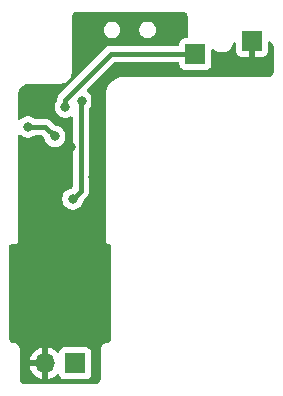
<source format=gtl>
G04 #@! TF.GenerationSoftware,KiCad,Pcbnew,9.0.6*
G04 #@! TF.CreationDate,2025-12-20T18:09:35+05:30*
G04 #@! TF.ProjectId,BloodHound_VENOM_LiPo,426c6f6f-6448-46f7-956e-645f56454e4f,1*
G04 #@! TF.SameCoordinates,Original*
G04 #@! TF.FileFunction,Copper,L1,Top*
G04 #@! TF.FilePolarity,Positive*
%FSLAX46Y46*%
G04 Gerber Fmt 4.6, Leading zero omitted, Abs format (unit mm)*
G04 Created by KiCad (PCBNEW 9.0.6) date 2025-12-20 18:09:35*
%MOMM*%
%LPD*%
G01*
G04 APERTURE LIST*
G04 #@! TA.AperFunction,CastellatedPad*
%ADD10R,1.700000X1.700000*%
G04 #@! TD*
G04 #@! TA.AperFunction,ComponentPad*
%ADD11R,1.700000X1.700000*%
G04 #@! TD*
G04 #@! TA.AperFunction,ComponentPad*
%ADD12O,1.700000X1.700000*%
G04 #@! TD*
G04 #@! TA.AperFunction,ViaPad*
%ADD13C,0.800000*%
G04 #@! TD*
G04 #@! TA.AperFunction,Conductor*
%ADD14C,0.400000*%
G04 #@! TD*
G04 APERTURE END LIST*
D10*
X151000000Y-69000000D03*
D11*
X136025000Y-96300000D03*
D12*
X133485000Y-96300000D03*
D11*
X146200000Y-70100000D03*
D13*
X135200000Y-74600000D03*
X134600000Y-80500000D03*
X137500000Y-80500000D03*
X135700000Y-78000000D03*
X133100000Y-83500000D03*
X135815000Y-82400000D03*
X136565332Y-74065332D03*
X132000000Y-76300000D03*
X134300000Y-77100000D03*
D14*
X139075000Y-70100000D02*
X146200000Y-70100000D01*
X135200000Y-73975000D02*
X139075000Y-70100000D01*
X135200000Y-74600000D02*
X135200000Y-73975000D01*
X151000000Y-69000000D02*
X151000000Y-70450000D01*
X151000000Y-70450000D02*
X149800000Y-71650000D01*
X149800000Y-71650000D02*
X138750000Y-71650000D01*
X138750000Y-71650000D02*
X137500000Y-72900000D01*
X137500000Y-72900000D02*
X137500000Y-80500000D01*
X136500000Y-74130664D02*
X136500000Y-81715000D01*
X136500000Y-81715000D02*
X135815000Y-82400000D01*
X136565332Y-74065332D02*
X136500000Y-74130664D01*
X133500000Y-76300000D02*
X134300000Y-77100000D01*
X132000000Y-76300000D02*
X133500000Y-76300000D01*
G04 #@! TA.AperFunction,Conductor*
G36*
X145108059Y-66526561D02*
G01*
X145206623Y-66539537D01*
X145237890Y-66547915D01*
X145282649Y-66566454D01*
X145322168Y-66582823D01*
X145350197Y-66599005D01*
X145385460Y-66626064D01*
X145422571Y-66654541D01*
X145445458Y-66677428D01*
X145500991Y-66749798D01*
X145517177Y-66777834D01*
X145552084Y-66862109D01*
X145560462Y-66893375D01*
X145573439Y-66991939D01*
X145574500Y-67008125D01*
X145574500Y-68559214D01*
X145583332Y-68597907D01*
X145579059Y-68667646D01*
X145537760Y-68724004D01*
X145472548Y-68749087D01*
X145462442Y-68749500D01*
X145302130Y-68749500D01*
X145302123Y-68749501D01*
X145242516Y-68755908D01*
X145107671Y-68806202D01*
X145107664Y-68806206D01*
X144992455Y-68892452D01*
X144992452Y-68892455D01*
X144906206Y-69007664D01*
X144906202Y-69007671D01*
X144855908Y-69142517D01*
X144849501Y-69202116D01*
X144849500Y-69202135D01*
X144849500Y-69275500D01*
X144829815Y-69342539D01*
X144777011Y-69388294D01*
X144725500Y-69399500D01*
X139006004Y-69399500D01*
X138870677Y-69426418D01*
X138870667Y-69426421D01*
X138743192Y-69479222D01*
X138628454Y-69555887D01*
X134655887Y-73528454D01*
X134590168Y-73626811D01*
X134579224Y-73643190D01*
X134579222Y-73643193D01*
X134526421Y-73770667D01*
X134526418Y-73770677D01*
X134499500Y-73906004D01*
X134499500Y-73989899D01*
X134479815Y-74056938D01*
X134478602Y-74058790D01*
X134401988Y-74173449D01*
X134401987Y-74173452D01*
X134334106Y-74337332D01*
X134334103Y-74337341D01*
X134299500Y-74511304D01*
X134299500Y-74688695D01*
X134334103Y-74862658D01*
X134334106Y-74862667D01*
X134401983Y-75026540D01*
X134401990Y-75026553D01*
X134500535Y-75174034D01*
X134500538Y-75174038D01*
X134625961Y-75299461D01*
X134625965Y-75299464D01*
X134773446Y-75398009D01*
X134773459Y-75398016D01*
X134860583Y-75434103D01*
X134937334Y-75465894D01*
X134937336Y-75465894D01*
X134937341Y-75465896D01*
X135111304Y-75500499D01*
X135111307Y-75500500D01*
X135111309Y-75500500D01*
X135288693Y-75500500D01*
X135288694Y-75500499D01*
X135385286Y-75481286D01*
X135462658Y-75465896D01*
X135462661Y-75465894D01*
X135462666Y-75465894D01*
X135626547Y-75398013D01*
X135626548Y-75398012D01*
X135628048Y-75397391D01*
X135697517Y-75389922D01*
X135759996Y-75421197D01*
X135795648Y-75481286D01*
X135799500Y-75511952D01*
X135799500Y-81373479D01*
X135790854Y-81402921D01*
X135784330Y-81432910D01*
X135780576Y-81437923D01*
X135779815Y-81440518D01*
X135763178Y-81461164D01*
X135751071Y-81473270D01*
X135689746Y-81506752D01*
X135687585Y-81507202D01*
X135552340Y-81534104D01*
X135552332Y-81534106D01*
X135388459Y-81601983D01*
X135388446Y-81601990D01*
X135240965Y-81700535D01*
X135240961Y-81700538D01*
X135115538Y-81825961D01*
X135115535Y-81825965D01*
X135016990Y-81973446D01*
X135016983Y-81973459D01*
X134949106Y-82137332D01*
X134949103Y-82137341D01*
X134914500Y-82311304D01*
X134914500Y-82488695D01*
X134949103Y-82662658D01*
X134949106Y-82662667D01*
X135016983Y-82826540D01*
X135016990Y-82826553D01*
X135115535Y-82974034D01*
X135115538Y-82974038D01*
X135240961Y-83099461D01*
X135240965Y-83099464D01*
X135388446Y-83198009D01*
X135388459Y-83198016D01*
X135511363Y-83248923D01*
X135552334Y-83265894D01*
X135552336Y-83265894D01*
X135552341Y-83265896D01*
X135726304Y-83300499D01*
X135726307Y-83300500D01*
X135726309Y-83300500D01*
X135903693Y-83300500D01*
X135903694Y-83300499D01*
X135961682Y-83288964D01*
X136077658Y-83265896D01*
X136077661Y-83265894D01*
X136077666Y-83265894D01*
X136241547Y-83198013D01*
X136389035Y-83099464D01*
X136514464Y-82974035D01*
X136613013Y-82826547D01*
X136680894Y-82662666D01*
X136707797Y-82527408D01*
X136740180Y-82465503D01*
X136741620Y-82464035D01*
X137044114Y-82161543D01*
X137074819Y-82115587D01*
X137120775Y-82046811D01*
X137173580Y-81919328D01*
X137200500Y-81783993D01*
X137200500Y-74755025D01*
X137220185Y-74687986D01*
X137236815Y-74667347D01*
X137264796Y-74639367D01*
X137363345Y-74491879D01*
X137431226Y-74327998D01*
X137465832Y-74154023D01*
X137465832Y-73976641D01*
X137465832Y-73976638D01*
X137465831Y-73976636D01*
X137431228Y-73802673D01*
X137431225Y-73802664D01*
X137363348Y-73638791D01*
X137363341Y-73638778D01*
X137264796Y-73491297D01*
X137264793Y-73491293D01*
X137139370Y-73365870D01*
X137139366Y-73365867D01*
X137061434Y-73313794D01*
X137016629Y-73260182D01*
X137007922Y-73190857D01*
X137038077Y-73127829D01*
X137042624Y-73123031D01*
X139328838Y-70836819D01*
X139390161Y-70803334D01*
X139416519Y-70800500D01*
X144725501Y-70800500D01*
X144792540Y-70820185D01*
X144838295Y-70872989D01*
X144849501Y-70924500D01*
X144849501Y-70997876D01*
X144855908Y-71057483D01*
X144906202Y-71192328D01*
X144906206Y-71192335D01*
X144992452Y-71307544D01*
X144992455Y-71307547D01*
X145107664Y-71393793D01*
X145107671Y-71393797D01*
X145242517Y-71444091D01*
X145242516Y-71444091D01*
X145249444Y-71444835D01*
X145302127Y-71450500D01*
X147097872Y-71450499D01*
X147157483Y-71444091D01*
X147292331Y-71393796D01*
X147407546Y-71307546D01*
X147493796Y-71192331D01*
X147544091Y-71057483D01*
X147550500Y-70997873D01*
X147550499Y-69781357D01*
X147570184Y-69714319D01*
X147622987Y-69668564D01*
X147692146Y-69658620D01*
X147755702Y-69687645D01*
X147766137Y-69697821D01*
X147789995Y-69723992D01*
X147849190Y-69768694D01*
X147934266Y-69832941D01*
X148096094Y-69913521D01*
X148096096Y-69913521D01*
X148096099Y-69913523D01*
X148269984Y-69962998D01*
X148449999Y-69979679D01*
X148450000Y-69979679D01*
X148450001Y-69979679D01*
X148510005Y-69974118D01*
X148630016Y-69962998D01*
X148803901Y-69913523D01*
X148803905Y-69913521D01*
X148803906Y-69913521D01*
X148965733Y-69832941D01*
X148965733Y-69832940D01*
X148965735Y-69832940D01*
X149110005Y-69723992D01*
X149231801Y-69590388D01*
X149326973Y-69436681D01*
X149392280Y-69268102D01*
X149404112Y-69204806D01*
X149435779Y-69142528D01*
X149496092Y-69107255D01*
X149565900Y-69110189D01*
X149623040Y-69150398D01*
X149649371Y-69215116D01*
X149650000Y-69227594D01*
X149650000Y-69897844D01*
X149656401Y-69957372D01*
X149656403Y-69957379D01*
X149706645Y-70092086D01*
X149706649Y-70092093D01*
X149792809Y-70207187D01*
X149792812Y-70207190D01*
X149907906Y-70293350D01*
X149907913Y-70293354D01*
X150042620Y-70343596D01*
X150042627Y-70343598D01*
X150102155Y-70349999D01*
X150102172Y-70350000D01*
X150750000Y-70350000D01*
X150750000Y-69433012D01*
X150807007Y-69465925D01*
X150934174Y-69500000D01*
X151065826Y-69500000D01*
X151192993Y-69465925D01*
X151250000Y-69433012D01*
X151250000Y-70350000D01*
X151897828Y-70350000D01*
X151897844Y-70349999D01*
X151957372Y-70343598D01*
X151957379Y-70343596D01*
X152092086Y-70293354D01*
X152092093Y-70293350D01*
X152207187Y-70207190D01*
X152207190Y-70207187D01*
X152293350Y-70092093D01*
X152293354Y-70092086D01*
X152343596Y-69957379D01*
X152343598Y-69957372D01*
X152349999Y-69897844D01*
X152350000Y-69897827D01*
X152350000Y-69176377D01*
X152359241Y-69144903D01*
X152367358Y-69113104D01*
X152369038Y-69111539D01*
X152369685Y-69109338D01*
X152394466Y-69087864D01*
X152418495Y-69065493D01*
X152420755Y-69065085D01*
X152422489Y-69063583D01*
X152454952Y-69058915D01*
X152487255Y-69053087D01*
X152490220Y-69053844D01*
X152491647Y-69053639D01*
X152521447Y-69061814D01*
X152572171Y-69082825D01*
X152600197Y-69099005D01*
X152635278Y-69125924D01*
X152672571Y-69154541D01*
X152695458Y-69177428D01*
X152750991Y-69249798D01*
X152767177Y-69277834D01*
X152802084Y-69362109D01*
X152810462Y-69393375D01*
X152823439Y-69491939D01*
X152824500Y-69508125D01*
X152824500Y-71591874D01*
X152823439Y-71608060D01*
X152810462Y-71706624D01*
X152802084Y-71737890D01*
X152767177Y-71822165D01*
X152750991Y-71850201D01*
X152695458Y-71922571D01*
X152672571Y-71945458D01*
X152600201Y-72000991D01*
X152572165Y-72017177D01*
X152487890Y-72052084D01*
X152456624Y-72060462D01*
X152368244Y-72072098D01*
X152358058Y-72073439D01*
X152341874Y-72074500D01*
X140040894Y-72074500D01*
X139824907Y-72105553D01*
X139824897Y-72105556D01*
X139615531Y-72167032D01*
X139417038Y-72257680D01*
X139417033Y-72257682D01*
X139233467Y-72375654D01*
X139233459Y-72375660D01*
X139068553Y-72518551D01*
X139068551Y-72518553D01*
X138925660Y-72683459D01*
X138925654Y-72683467D01*
X138807682Y-72867033D01*
X138807680Y-72867038D01*
X138717032Y-73065531D01*
X138655556Y-73274897D01*
X138655553Y-73274907D01*
X138633143Y-73430780D01*
X138624500Y-73490894D01*
X138624500Y-73589438D01*
X138624500Y-85941715D01*
X138624500Y-85950000D01*
X138624500Y-85993635D01*
X138651468Y-86076633D01*
X138702764Y-86147236D01*
X138773367Y-86198532D01*
X138856365Y-86225500D01*
X138887789Y-86225500D01*
X138911973Y-86227881D01*
X138942587Y-86233971D01*
X138987280Y-86252482D01*
X139002881Y-86262906D01*
X139037093Y-86297118D01*
X139047516Y-86312717D01*
X139066029Y-86357413D01*
X139072117Y-86388018D01*
X139074500Y-86412210D01*
X139074500Y-94191873D01*
X139073439Y-94208058D01*
X139073439Y-94208060D01*
X139063869Y-94280745D01*
X139055491Y-94312010D01*
X139030574Y-94372166D01*
X139014388Y-94400201D01*
X138974748Y-94451860D01*
X138951860Y-94474748D01*
X138900201Y-94514388D01*
X138872166Y-94530574D01*
X138812010Y-94555491D01*
X138780745Y-94563869D01*
X138731386Y-94570367D01*
X138708056Y-94573439D01*
X138691874Y-94574500D01*
X138640788Y-94574500D01*
X138525335Y-94600852D01*
X138418651Y-94652228D01*
X138326064Y-94726064D01*
X138252228Y-94818651D01*
X138200852Y-94925335D01*
X138174500Y-95040788D01*
X138174500Y-97591874D01*
X138173439Y-97608059D01*
X138173439Y-97608060D01*
X138160462Y-97706624D01*
X138152084Y-97737890D01*
X138117177Y-97822165D01*
X138100991Y-97850201D01*
X138045458Y-97922571D01*
X138022571Y-97945458D01*
X137950201Y-98000991D01*
X137922165Y-98017177D01*
X137837890Y-98052084D01*
X137806624Y-98060462D01*
X137718244Y-98072098D01*
X137708058Y-98073439D01*
X137691874Y-98074500D01*
X131808126Y-98074500D01*
X131791941Y-98073439D01*
X131780208Y-98071894D01*
X131693375Y-98060462D01*
X131662109Y-98052084D01*
X131577834Y-98017177D01*
X131549800Y-98000992D01*
X131514540Y-97973936D01*
X131477428Y-97945458D01*
X131454541Y-97922571D01*
X131422912Y-97881352D01*
X131399005Y-97850197D01*
X131382823Y-97822168D01*
X131363145Y-97774660D01*
X131347915Y-97737890D01*
X131339537Y-97706623D01*
X131326561Y-97608059D01*
X131325500Y-97591874D01*
X131325500Y-96050000D01*
X132157769Y-96050000D01*
X133051988Y-96050000D01*
X133019075Y-96107007D01*
X132985000Y-96234174D01*
X132985000Y-96365826D01*
X133019075Y-96492993D01*
X133051988Y-96550000D01*
X132157769Y-96550000D01*
X132168242Y-96616126D01*
X132168242Y-96616129D01*
X132233904Y-96818217D01*
X132330379Y-97007557D01*
X132455272Y-97179459D01*
X132455276Y-97179464D01*
X132605535Y-97329723D01*
X132605540Y-97329727D01*
X132777442Y-97454620D01*
X132966782Y-97551095D01*
X133168871Y-97616757D01*
X133235000Y-97627231D01*
X133235000Y-96733012D01*
X133292007Y-96765925D01*
X133419174Y-96800000D01*
X133550826Y-96800000D01*
X133677993Y-96765925D01*
X133735000Y-96733012D01*
X133735000Y-97627230D01*
X133801126Y-97616757D01*
X133801129Y-97616757D01*
X134003217Y-97551095D01*
X134192557Y-97454620D01*
X134364458Y-97329728D01*
X134478133Y-97216053D01*
X134539456Y-97182568D01*
X134609148Y-97187552D01*
X134665082Y-97229423D01*
X134681997Y-97260401D01*
X134731202Y-97392328D01*
X134731206Y-97392335D01*
X134817452Y-97507544D01*
X134817455Y-97507547D01*
X134932664Y-97593793D01*
X134932671Y-97593797D01*
X135067517Y-97644091D01*
X135067516Y-97644091D01*
X135074444Y-97644835D01*
X135127127Y-97650500D01*
X136922872Y-97650499D01*
X136982483Y-97644091D01*
X137117331Y-97593796D01*
X137232546Y-97507546D01*
X137318796Y-97392331D01*
X137369091Y-97257483D01*
X137375500Y-97197873D01*
X137375499Y-95402128D01*
X137369091Y-95342517D01*
X137368002Y-95339598D01*
X137318797Y-95207671D01*
X137318793Y-95207664D01*
X137232547Y-95092455D01*
X137232544Y-95092452D01*
X137117335Y-95006206D01*
X137117328Y-95006202D01*
X136982482Y-94955908D01*
X136982483Y-94955908D01*
X136922883Y-94949501D01*
X136922881Y-94949500D01*
X136922873Y-94949500D01*
X136922864Y-94949500D01*
X135127129Y-94949500D01*
X135127123Y-94949501D01*
X135067516Y-94955908D01*
X134932671Y-95006202D01*
X134932664Y-95006206D01*
X134817455Y-95092452D01*
X134817452Y-95092455D01*
X134731206Y-95207664D01*
X134731202Y-95207671D01*
X134681997Y-95339598D01*
X134640126Y-95395532D01*
X134574661Y-95419949D01*
X134506388Y-95405097D01*
X134478134Y-95383946D01*
X134364464Y-95270276D01*
X134364459Y-95270272D01*
X134192557Y-95145379D01*
X134003215Y-95048903D01*
X133801124Y-94983241D01*
X133735000Y-94972768D01*
X133735000Y-95866988D01*
X133677993Y-95834075D01*
X133550826Y-95800000D01*
X133419174Y-95800000D01*
X133292007Y-95834075D01*
X133235000Y-95866988D01*
X133235000Y-94972768D01*
X133234999Y-94972768D01*
X133168875Y-94983241D01*
X132966784Y-95048903D01*
X132777442Y-95145379D01*
X132605540Y-95270272D01*
X132605535Y-95270276D01*
X132455276Y-95420535D01*
X132455272Y-95420540D01*
X132330379Y-95592442D01*
X132233904Y-95781782D01*
X132168242Y-95983870D01*
X132168242Y-95983873D01*
X132157769Y-96050000D01*
X131325500Y-96050000D01*
X131325500Y-95040790D01*
X131299149Y-94925340D01*
X131299147Y-94925335D01*
X131247771Y-94818651D01*
X131247769Y-94818648D01*
X131173936Y-94726064D01*
X131081352Y-94652231D01*
X131081351Y-94652230D01*
X131081348Y-94652228D01*
X130974664Y-94600852D01*
X130974665Y-94600852D01*
X130859211Y-94574500D01*
X130859210Y-94574500D01*
X130808126Y-94574500D01*
X130791943Y-94573439D01*
X130764215Y-94569788D01*
X130719254Y-94563869D01*
X130687989Y-94555491D01*
X130627833Y-94530574D01*
X130599798Y-94514388D01*
X130548139Y-94474748D01*
X130525251Y-94451860D01*
X130485611Y-94400201D01*
X130469425Y-94372166D01*
X130444508Y-94312010D01*
X130436130Y-94280743D01*
X130426561Y-94208058D01*
X130425500Y-94191873D01*
X130425500Y-86412210D01*
X130427881Y-86388027D01*
X130433971Y-86357410D01*
X130437159Y-86349715D01*
X130437251Y-86344555D01*
X130452480Y-86312722D01*
X130462908Y-86297115D01*
X130497115Y-86262908D01*
X130512721Y-86252481D01*
X130557410Y-86233971D01*
X130588026Y-86227881D01*
X130612211Y-86225500D01*
X130943634Y-86225500D01*
X130943635Y-86225500D01*
X131026633Y-86198532D01*
X131097236Y-86147236D01*
X131148532Y-86076633D01*
X131175500Y-85993635D01*
X131175500Y-85950000D01*
X131175500Y-85941715D01*
X131175500Y-77048362D01*
X131195185Y-76981323D01*
X131247989Y-76935568D01*
X131317147Y-76925624D01*
X131380703Y-76954649D01*
X131387181Y-76960681D01*
X131425961Y-76999461D01*
X131425965Y-76999464D01*
X131573446Y-77098009D01*
X131573459Y-77098016D01*
X131696363Y-77148923D01*
X131737334Y-77165894D01*
X131737336Y-77165894D01*
X131737341Y-77165896D01*
X131911304Y-77200499D01*
X131911307Y-77200500D01*
X131911309Y-77200500D01*
X132088693Y-77200500D01*
X132088694Y-77200499D01*
X132148058Y-77188691D01*
X132262658Y-77165896D01*
X132262661Y-77165894D01*
X132262666Y-77165894D01*
X132426547Y-77098013D01*
X132541209Y-77021397D01*
X132607886Y-77000520D01*
X132610100Y-77000500D01*
X133158481Y-77000500D01*
X133187921Y-77009144D01*
X133217908Y-77015668D01*
X133222923Y-77019422D01*
X133225520Y-77020185D01*
X133246162Y-77036819D01*
X133373266Y-77163923D01*
X133406751Y-77225246D01*
X133407202Y-77227413D01*
X133434103Y-77362658D01*
X133434106Y-77362667D01*
X133501983Y-77526540D01*
X133501990Y-77526553D01*
X133600535Y-77674034D01*
X133600538Y-77674038D01*
X133725961Y-77799461D01*
X133725965Y-77799464D01*
X133873446Y-77898009D01*
X133873459Y-77898016D01*
X133996363Y-77948923D01*
X134037334Y-77965894D01*
X134037336Y-77965894D01*
X134037341Y-77965896D01*
X134211304Y-78000499D01*
X134211307Y-78000500D01*
X134211309Y-78000500D01*
X134388693Y-78000500D01*
X134388694Y-78000499D01*
X134446682Y-77988964D01*
X134562658Y-77965896D01*
X134562661Y-77965894D01*
X134562666Y-77965894D01*
X134726547Y-77898013D01*
X134874035Y-77799464D01*
X134999464Y-77674035D01*
X135098013Y-77526547D01*
X135165894Y-77362666D01*
X135200500Y-77188691D01*
X135200500Y-77011309D01*
X135200500Y-77011306D01*
X135200499Y-77011304D01*
X135165896Y-76837341D01*
X135165893Y-76837332D01*
X135098016Y-76673459D01*
X135098009Y-76673446D01*
X134999464Y-76525965D01*
X134999461Y-76525961D01*
X134874038Y-76400538D01*
X134874034Y-76400535D01*
X134726553Y-76301990D01*
X134726540Y-76301983D01*
X134562667Y-76234106D01*
X134562658Y-76234103D01*
X134427413Y-76207202D01*
X134365502Y-76174817D01*
X134363923Y-76173266D01*
X133946546Y-75755888D01*
X133946545Y-75755887D01*
X133831807Y-75679222D01*
X133704332Y-75626421D01*
X133704322Y-75626418D01*
X133568996Y-75599500D01*
X133568994Y-75599500D01*
X133568993Y-75599500D01*
X132610100Y-75599500D01*
X132543061Y-75579815D01*
X132541209Y-75578602D01*
X132426549Y-75501988D01*
X132426547Y-75501987D01*
X132262667Y-75434106D01*
X132262658Y-75434103D01*
X132088694Y-75399500D01*
X132088691Y-75399500D01*
X131911309Y-75399500D01*
X131911306Y-75399500D01*
X131737341Y-75434103D01*
X131737332Y-75434106D01*
X131573459Y-75501983D01*
X131573446Y-75501990D01*
X131425965Y-75600535D01*
X131425961Y-75600538D01*
X131387181Y-75639319D01*
X131325858Y-75672804D01*
X131256166Y-75667820D01*
X131200233Y-75625948D01*
X131175816Y-75560484D01*
X131175500Y-75551638D01*
X131175500Y-73605412D01*
X131175972Y-73594605D01*
X131181759Y-73528457D01*
X131189359Y-73441587D01*
X131193112Y-73420303D01*
X131201190Y-73390157D01*
X131231464Y-73277169D01*
X131238849Y-73256880D01*
X131301481Y-73122564D01*
X131312274Y-73103871D01*
X131378319Y-73009551D01*
X131397271Y-72982485D01*
X131411158Y-72965934D01*
X131515934Y-72861158D01*
X131532485Y-72847271D01*
X131595960Y-72802825D01*
X131653871Y-72762274D01*
X131672564Y-72751481D01*
X131806880Y-72688849D01*
X131827169Y-72681464D01*
X131970306Y-72643111D01*
X131991587Y-72639359D01*
X132144605Y-72625971D01*
X132155412Y-72625500D01*
X134789718Y-72625500D01*
X134789720Y-72625500D01*
X134966433Y-72594340D01*
X135135050Y-72532969D01*
X135290449Y-72443249D01*
X135427908Y-72327908D01*
X135543249Y-72190449D01*
X135632969Y-72035050D01*
X135694340Y-71866433D01*
X135725500Y-71689720D01*
X135725500Y-71600000D01*
X135725500Y-71591715D01*
X135725500Y-68138995D01*
X138449499Y-68138995D01*
X138476418Y-68274322D01*
X138476421Y-68274332D01*
X138529221Y-68401804D01*
X138529228Y-68401817D01*
X138605885Y-68516541D01*
X138605888Y-68516545D01*
X138703454Y-68614111D01*
X138703458Y-68614114D01*
X138818182Y-68690771D01*
X138818195Y-68690778D01*
X138898411Y-68724004D01*
X138945672Y-68743580D01*
X138945676Y-68743580D01*
X138945677Y-68743581D01*
X139081004Y-68770500D01*
X139081007Y-68770500D01*
X139218995Y-68770500D01*
X139324566Y-68749500D01*
X139354328Y-68743580D01*
X139481811Y-68690775D01*
X139596542Y-68614114D01*
X139694114Y-68516542D01*
X139770775Y-68401811D01*
X139823580Y-68274328D01*
X139850500Y-68138995D01*
X141449499Y-68138995D01*
X141476418Y-68274322D01*
X141476421Y-68274332D01*
X141529221Y-68401804D01*
X141529228Y-68401817D01*
X141605885Y-68516541D01*
X141605888Y-68516545D01*
X141703454Y-68614111D01*
X141703458Y-68614114D01*
X141818182Y-68690771D01*
X141818195Y-68690778D01*
X141898411Y-68724004D01*
X141945672Y-68743580D01*
X141945676Y-68743580D01*
X141945677Y-68743581D01*
X142081004Y-68770500D01*
X142081007Y-68770500D01*
X142218995Y-68770500D01*
X142324566Y-68749500D01*
X142354328Y-68743580D01*
X142481811Y-68690775D01*
X142596542Y-68614114D01*
X142694114Y-68516542D01*
X142770775Y-68401811D01*
X142823580Y-68274328D01*
X142850500Y-68138993D01*
X142850500Y-68001007D01*
X142850500Y-68001004D01*
X142823581Y-67865677D01*
X142823580Y-67865676D01*
X142823580Y-67865672D01*
X142823578Y-67865667D01*
X142770778Y-67738195D01*
X142770771Y-67738182D01*
X142694114Y-67623458D01*
X142694111Y-67623454D01*
X142596545Y-67525888D01*
X142596541Y-67525885D01*
X142481817Y-67449228D01*
X142481804Y-67449221D01*
X142354332Y-67396421D01*
X142354322Y-67396418D01*
X142218995Y-67369500D01*
X142218993Y-67369500D01*
X142081007Y-67369500D01*
X142081005Y-67369500D01*
X141945677Y-67396418D01*
X141945667Y-67396421D01*
X141818195Y-67449221D01*
X141818182Y-67449228D01*
X141703458Y-67525885D01*
X141703454Y-67525888D01*
X141605888Y-67623454D01*
X141605885Y-67623458D01*
X141529228Y-67738182D01*
X141529221Y-67738195D01*
X141476421Y-67865667D01*
X141476418Y-67865677D01*
X141449500Y-68001004D01*
X141449500Y-68001007D01*
X141449500Y-68138993D01*
X141449500Y-68138995D01*
X141449499Y-68138995D01*
X139850500Y-68138995D01*
X139850500Y-68138993D01*
X139850500Y-68001007D01*
X139850500Y-68001004D01*
X139823581Y-67865677D01*
X139823580Y-67865676D01*
X139823580Y-67865672D01*
X139823578Y-67865667D01*
X139770778Y-67738195D01*
X139770771Y-67738182D01*
X139694114Y-67623458D01*
X139694111Y-67623454D01*
X139596545Y-67525888D01*
X139596541Y-67525885D01*
X139481817Y-67449228D01*
X139481804Y-67449221D01*
X139354332Y-67396421D01*
X139354322Y-67396418D01*
X139218995Y-67369500D01*
X139218993Y-67369500D01*
X139081007Y-67369500D01*
X139081005Y-67369500D01*
X138945677Y-67396418D01*
X138945667Y-67396421D01*
X138818195Y-67449221D01*
X138818182Y-67449228D01*
X138703458Y-67525885D01*
X138703454Y-67525888D01*
X138605888Y-67623454D01*
X138605885Y-67623458D01*
X138529228Y-67738182D01*
X138529221Y-67738195D01*
X138476421Y-67865667D01*
X138476418Y-67865677D01*
X138449500Y-68001004D01*
X138449500Y-68001007D01*
X138449500Y-68138993D01*
X138449500Y-68138995D01*
X138449499Y-68138995D01*
X135725500Y-68138995D01*
X135725500Y-67008125D01*
X135726561Y-66991940D01*
X135739537Y-66893376D01*
X135739537Y-66893375D01*
X135747915Y-66862109D01*
X135763145Y-66825340D01*
X135782825Y-66777828D01*
X135799003Y-66749805D01*
X135854541Y-66677427D01*
X135877428Y-66654541D01*
X135949805Y-66599003D01*
X135977828Y-66582825D01*
X136062109Y-66547915D01*
X136093375Y-66539537D01*
X136191941Y-66526561D01*
X136208126Y-66525500D01*
X136208285Y-66525500D01*
X145091715Y-66525500D01*
X145091874Y-66525500D01*
X145108059Y-66526561D01*
G37*
G04 #@! TD.AperFunction*
M02*

</source>
